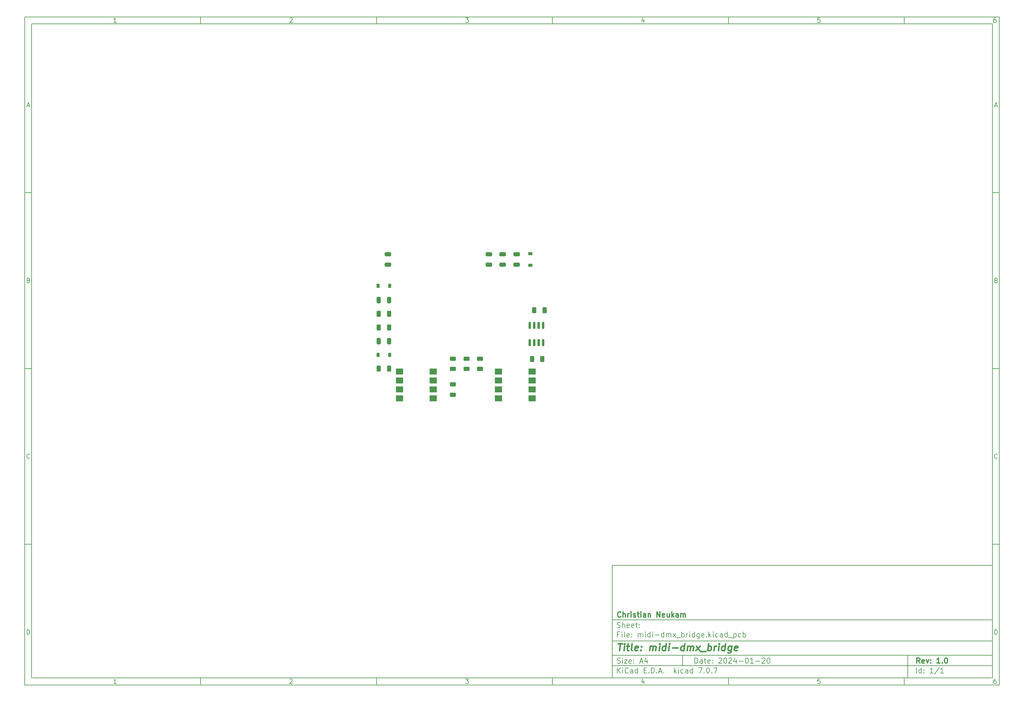
<source format=gbr>
%TF.GenerationSoftware,KiCad,Pcbnew,7.0.7*%
%TF.CreationDate,2024-01-28T22:30:17+01:00*%
%TF.ProjectId,midi-dmx_bridge,6d696469-2d64-46d7-985f-627269646765,1.0*%
%TF.SameCoordinates,PX5f5e100PY7459280*%
%TF.FileFunction,Paste,Top*%
%TF.FilePolarity,Positive*%
%FSLAX46Y46*%
G04 Gerber Fmt 4.6, Leading zero omitted, Abs format (unit mm)*
G04 Created by KiCad (PCBNEW 7.0.7) date 2024-01-28 22:30:17*
%MOMM*%
%LPD*%
G01*
G04 APERTURE LIST*
G04 Aperture macros list*
%AMRoundRect*
0 Rectangle with rounded corners*
0 $1 Rounding radius*
0 $2 $3 $4 $5 $6 $7 $8 $9 X,Y pos of 4 corners*
0 Add a 4 corners polygon primitive as box body*
4,1,4,$2,$3,$4,$5,$6,$7,$8,$9,$2,$3,0*
0 Add four circle primitives for the rounded corners*
1,1,$1+$1,$2,$3*
1,1,$1+$1,$4,$5*
1,1,$1+$1,$6,$7*
1,1,$1+$1,$8,$9*
0 Add four rect primitives between the rounded corners*
20,1,$1+$1,$2,$3,$4,$5,0*
20,1,$1+$1,$4,$5,$6,$7,0*
20,1,$1+$1,$6,$7,$8,$9,0*
20,1,$1+$1,$8,$9,$2,$3,0*%
G04 Aperture macros list end*
%ADD10C,0.100000*%
%ADD11C,0.150000*%
%ADD12C,0.300000*%
%ADD13C,0.400000*%
%ADD14RoundRect,0.250000X-0.625000X0.312500X-0.625000X-0.312500X0.625000X-0.312500X0.625000X0.312500X0*%
%ADD15R,2.000000X1.780000*%
%ADD16RoundRect,0.250000X-0.312500X-0.625000X0.312500X-0.625000X0.312500X0.625000X-0.312500X0.625000X0*%
%ADD17RoundRect,0.250000X0.650000X-0.325000X0.650000X0.325000X-0.650000X0.325000X-0.650000X-0.325000X0*%
%ADD18RoundRect,0.250000X0.625000X-0.312500X0.625000X0.312500X-0.625000X0.312500X-0.625000X-0.312500X0*%
%ADD19RoundRect,0.225000X0.225000X0.375000X-0.225000X0.375000X-0.225000X-0.375000X0.225000X-0.375000X0*%
%ADD20RoundRect,0.250000X0.325000X0.650000X-0.325000X0.650000X-0.325000X-0.650000X0.325000X-0.650000X0*%
%ADD21RoundRect,0.225000X0.375000X-0.225000X0.375000X0.225000X-0.375000X0.225000X-0.375000X-0.225000X0*%
%ADD22RoundRect,0.150000X0.150000X-0.825000X0.150000X0.825000X-0.150000X0.825000X-0.150000X-0.825000X0*%
%ADD23RoundRect,0.250000X-0.325000X-0.650000X0.325000X-0.650000X0.325000X0.650000X-0.325000X0.650000X0*%
%ADD24RoundRect,0.250000X-0.650000X0.325000X-0.650000X-0.325000X0.650000X-0.325000X0.650000X0.325000X0*%
G04 APERTURE END LIST*
D10*
D11*
X77002200Y-44007200D02*
X185002200Y-44007200D01*
X185002200Y-76007200D01*
X77002200Y-76007200D01*
X77002200Y-44007200D01*
D10*
D11*
X-90000000Y112000000D02*
X187002200Y112000000D01*
X187002200Y-78007200D01*
X-90000000Y-78007200D01*
X-90000000Y112000000D01*
D10*
D11*
X-88000000Y110000000D02*
X185002200Y110000000D01*
X185002200Y-76007200D01*
X-88000000Y-76007200D01*
X-88000000Y110000000D01*
D10*
D11*
X-40000000Y110000000D02*
X-40000000Y112000000D01*
D10*
D11*
X10000000Y110000000D02*
X10000000Y112000000D01*
D10*
D11*
X60000000Y110000000D02*
X60000000Y112000000D01*
D10*
D11*
X110000000Y110000000D02*
X110000000Y112000000D01*
D10*
D11*
X160000000Y110000000D02*
X160000000Y112000000D01*
D10*
D11*
X-63910840Y110406396D02*
X-64653697Y110406396D01*
X-64282269Y110406396D02*
X-64282269Y111706396D01*
X-64282269Y111706396D02*
X-64406078Y111520681D01*
X-64406078Y111520681D02*
X-64529888Y111396872D01*
X-64529888Y111396872D02*
X-64653697Y111334967D01*
D10*
D11*
X-14653697Y111582586D02*
X-14591793Y111644491D01*
X-14591793Y111644491D02*
X-14467983Y111706396D01*
X-14467983Y111706396D02*
X-14158459Y111706396D01*
X-14158459Y111706396D02*
X-14034650Y111644491D01*
X-14034650Y111644491D02*
X-13972745Y111582586D01*
X-13972745Y111582586D02*
X-13910840Y111458777D01*
X-13910840Y111458777D02*
X-13910840Y111334967D01*
X-13910840Y111334967D02*
X-13972745Y111149253D01*
X-13972745Y111149253D02*
X-14715602Y110406396D01*
X-14715602Y110406396D02*
X-13910840Y110406396D01*
D10*
D11*
X35284398Y111706396D02*
X36089160Y111706396D01*
X36089160Y111706396D02*
X35655826Y111211158D01*
X35655826Y111211158D02*
X35841541Y111211158D01*
X35841541Y111211158D02*
X35965350Y111149253D01*
X35965350Y111149253D02*
X36027255Y111087348D01*
X36027255Y111087348D02*
X36089160Y110963539D01*
X36089160Y110963539D02*
X36089160Y110654015D01*
X36089160Y110654015D02*
X36027255Y110530205D01*
X36027255Y110530205D02*
X35965350Y110468300D01*
X35965350Y110468300D02*
X35841541Y110406396D01*
X35841541Y110406396D02*
X35470112Y110406396D01*
X35470112Y110406396D02*
X35346303Y110468300D01*
X35346303Y110468300D02*
X35284398Y110530205D01*
D10*
D11*
X85965350Y111273062D02*
X85965350Y110406396D01*
X85655826Y111768300D02*
X85346303Y110839729D01*
X85346303Y110839729D02*
X86151064Y110839729D01*
D10*
D11*
X136027255Y111706396D02*
X135408207Y111706396D01*
X135408207Y111706396D02*
X135346303Y111087348D01*
X135346303Y111087348D02*
X135408207Y111149253D01*
X135408207Y111149253D02*
X135532017Y111211158D01*
X135532017Y111211158D02*
X135841541Y111211158D01*
X135841541Y111211158D02*
X135965350Y111149253D01*
X135965350Y111149253D02*
X136027255Y111087348D01*
X136027255Y111087348D02*
X136089160Y110963539D01*
X136089160Y110963539D02*
X136089160Y110654015D01*
X136089160Y110654015D02*
X136027255Y110530205D01*
X136027255Y110530205D02*
X135965350Y110468300D01*
X135965350Y110468300D02*
X135841541Y110406396D01*
X135841541Y110406396D02*
X135532017Y110406396D01*
X135532017Y110406396D02*
X135408207Y110468300D01*
X135408207Y110468300D02*
X135346303Y110530205D01*
D10*
D11*
X185965350Y111706396D02*
X185717731Y111706396D01*
X185717731Y111706396D02*
X185593922Y111644491D01*
X185593922Y111644491D02*
X185532017Y111582586D01*
X185532017Y111582586D02*
X185408207Y111396872D01*
X185408207Y111396872D02*
X185346303Y111149253D01*
X185346303Y111149253D02*
X185346303Y110654015D01*
X185346303Y110654015D02*
X185408207Y110530205D01*
X185408207Y110530205D02*
X185470112Y110468300D01*
X185470112Y110468300D02*
X185593922Y110406396D01*
X185593922Y110406396D02*
X185841541Y110406396D01*
X185841541Y110406396D02*
X185965350Y110468300D01*
X185965350Y110468300D02*
X186027255Y110530205D01*
X186027255Y110530205D02*
X186089160Y110654015D01*
X186089160Y110654015D02*
X186089160Y110963539D01*
X186089160Y110963539D02*
X186027255Y111087348D01*
X186027255Y111087348D02*
X185965350Y111149253D01*
X185965350Y111149253D02*
X185841541Y111211158D01*
X185841541Y111211158D02*
X185593922Y111211158D01*
X185593922Y111211158D02*
X185470112Y111149253D01*
X185470112Y111149253D02*
X185408207Y111087348D01*
X185408207Y111087348D02*
X185346303Y110963539D01*
D10*
D11*
X-40000000Y-76007200D02*
X-40000000Y-78007200D01*
D10*
D11*
X10000000Y-76007200D02*
X10000000Y-78007200D01*
D10*
D11*
X60000000Y-76007200D02*
X60000000Y-78007200D01*
D10*
D11*
X110000000Y-76007200D02*
X110000000Y-78007200D01*
D10*
D11*
X160000000Y-76007200D02*
X160000000Y-78007200D01*
D10*
D11*
X-63910840Y-77600804D02*
X-64653697Y-77600804D01*
X-64282269Y-77600804D02*
X-64282269Y-76300804D01*
X-64282269Y-76300804D02*
X-64406078Y-76486519D01*
X-64406078Y-76486519D02*
X-64529888Y-76610328D01*
X-64529888Y-76610328D02*
X-64653697Y-76672233D01*
D10*
D11*
X-14653697Y-76424614D02*
X-14591793Y-76362709D01*
X-14591793Y-76362709D02*
X-14467983Y-76300804D01*
X-14467983Y-76300804D02*
X-14158459Y-76300804D01*
X-14158459Y-76300804D02*
X-14034650Y-76362709D01*
X-14034650Y-76362709D02*
X-13972745Y-76424614D01*
X-13972745Y-76424614D02*
X-13910840Y-76548423D01*
X-13910840Y-76548423D02*
X-13910840Y-76672233D01*
X-13910840Y-76672233D02*
X-13972745Y-76857947D01*
X-13972745Y-76857947D02*
X-14715602Y-77600804D01*
X-14715602Y-77600804D02*
X-13910840Y-77600804D01*
D10*
D11*
X35284398Y-76300804D02*
X36089160Y-76300804D01*
X36089160Y-76300804D02*
X35655826Y-76796042D01*
X35655826Y-76796042D02*
X35841541Y-76796042D01*
X35841541Y-76796042D02*
X35965350Y-76857947D01*
X35965350Y-76857947D02*
X36027255Y-76919852D01*
X36027255Y-76919852D02*
X36089160Y-77043661D01*
X36089160Y-77043661D02*
X36089160Y-77353185D01*
X36089160Y-77353185D02*
X36027255Y-77476995D01*
X36027255Y-77476995D02*
X35965350Y-77538900D01*
X35965350Y-77538900D02*
X35841541Y-77600804D01*
X35841541Y-77600804D02*
X35470112Y-77600804D01*
X35470112Y-77600804D02*
X35346303Y-77538900D01*
X35346303Y-77538900D02*
X35284398Y-77476995D01*
D10*
D11*
X85965350Y-76734138D02*
X85965350Y-77600804D01*
X85655826Y-76238900D02*
X85346303Y-77167471D01*
X85346303Y-77167471D02*
X86151064Y-77167471D01*
D10*
D11*
X136027255Y-76300804D02*
X135408207Y-76300804D01*
X135408207Y-76300804D02*
X135346303Y-76919852D01*
X135346303Y-76919852D02*
X135408207Y-76857947D01*
X135408207Y-76857947D02*
X135532017Y-76796042D01*
X135532017Y-76796042D02*
X135841541Y-76796042D01*
X135841541Y-76796042D02*
X135965350Y-76857947D01*
X135965350Y-76857947D02*
X136027255Y-76919852D01*
X136027255Y-76919852D02*
X136089160Y-77043661D01*
X136089160Y-77043661D02*
X136089160Y-77353185D01*
X136089160Y-77353185D02*
X136027255Y-77476995D01*
X136027255Y-77476995D02*
X135965350Y-77538900D01*
X135965350Y-77538900D02*
X135841541Y-77600804D01*
X135841541Y-77600804D02*
X135532017Y-77600804D01*
X135532017Y-77600804D02*
X135408207Y-77538900D01*
X135408207Y-77538900D02*
X135346303Y-77476995D01*
D10*
D11*
X185965350Y-76300804D02*
X185717731Y-76300804D01*
X185717731Y-76300804D02*
X185593922Y-76362709D01*
X185593922Y-76362709D02*
X185532017Y-76424614D01*
X185532017Y-76424614D02*
X185408207Y-76610328D01*
X185408207Y-76610328D02*
X185346303Y-76857947D01*
X185346303Y-76857947D02*
X185346303Y-77353185D01*
X185346303Y-77353185D02*
X185408207Y-77476995D01*
X185408207Y-77476995D02*
X185470112Y-77538900D01*
X185470112Y-77538900D02*
X185593922Y-77600804D01*
X185593922Y-77600804D02*
X185841541Y-77600804D01*
X185841541Y-77600804D02*
X185965350Y-77538900D01*
X185965350Y-77538900D02*
X186027255Y-77476995D01*
X186027255Y-77476995D02*
X186089160Y-77353185D01*
X186089160Y-77353185D02*
X186089160Y-77043661D01*
X186089160Y-77043661D02*
X186027255Y-76919852D01*
X186027255Y-76919852D02*
X185965350Y-76857947D01*
X185965350Y-76857947D02*
X185841541Y-76796042D01*
X185841541Y-76796042D02*
X185593922Y-76796042D01*
X185593922Y-76796042D02*
X185470112Y-76857947D01*
X185470112Y-76857947D02*
X185408207Y-76919852D01*
X185408207Y-76919852D02*
X185346303Y-77043661D01*
D10*
D11*
X-90000000Y62000000D02*
X-88000000Y62000000D01*
D10*
D11*
X-90000000Y12000000D02*
X-88000000Y12000000D01*
D10*
D11*
X-90000000Y-38000000D02*
X-88000000Y-38000000D01*
D10*
D11*
X-89309524Y86777824D02*
X-88690477Y86777824D01*
X-89433334Y86406396D02*
X-89000001Y87706396D01*
X-89000001Y87706396D02*
X-88566667Y86406396D01*
D10*
D11*
X-88907143Y37087348D02*
X-88721429Y37025443D01*
X-88721429Y37025443D02*
X-88659524Y36963539D01*
X-88659524Y36963539D02*
X-88597620Y36839729D01*
X-88597620Y36839729D02*
X-88597620Y36654015D01*
X-88597620Y36654015D02*
X-88659524Y36530205D01*
X-88659524Y36530205D02*
X-88721429Y36468300D01*
X-88721429Y36468300D02*
X-88845239Y36406396D01*
X-88845239Y36406396D02*
X-89340477Y36406396D01*
X-89340477Y36406396D02*
X-89340477Y37706396D01*
X-89340477Y37706396D02*
X-88907143Y37706396D01*
X-88907143Y37706396D02*
X-88783334Y37644491D01*
X-88783334Y37644491D02*
X-88721429Y37582586D01*
X-88721429Y37582586D02*
X-88659524Y37458777D01*
X-88659524Y37458777D02*
X-88659524Y37334967D01*
X-88659524Y37334967D02*
X-88721429Y37211158D01*
X-88721429Y37211158D02*
X-88783334Y37149253D01*
X-88783334Y37149253D02*
X-88907143Y37087348D01*
X-88907143Y37087348D02*
X-89340477Y37087348D01*
D10*
D11*
X-88597620Y-13469795D02*
X-88659524Y-13531700D01*
X-88659524Y-13531700D02*
X-88845239Y-13593604D01*
X-88845239Y-13593604D02*
X-88969048Y-13593604D01*
X-88969048Y-13593604D02*
X-89154762Y-13531700D01*
X-89154762Y-13531700D02*
X-89278572Y-13407890D01*
X-89278572Y-13407890D02*
X-89340477Y-13284080D01*
X-89340477Y-13284080D02*
X-89402381Y-13036461D01*
X-89402381Y-13036461D02*
X-89402381Y-12850747D01*
X-89402381Y-12850747D02*
X-89340477Y-12603128D01*
X-89340477Y-12603128D02*
X-89278572Y-12479319D01*
X-89278572Y-12479319D02*
X-89154762Y-12355509D01*
X-89154762Y-12355509D02*
X-88969048Y-12293604D01*
X-88969048Y-12293604D02*
X-88845239Y-12293604D01*
X-88845239Y-12293604D02*
X-88659524Y-12355509D01*
X-88659524Y-12355509D02*
X-88597620Y-12417414D01*
D10*
D11*
X-89340477Y-63593604D02*
X-89340477Y-62293604D01*
X-89340477Y-62293604D02*
X-89030953Y-62293604D01*
X-89030953Y-62293604D02*
X-88845239Y-62355509D01*
X-88845239Y-62355509D02*
X-88721429Y-62479319D01*
X-88721429Y-62479319D02*
X-88659524Y-62603128D01*
X-88659524Y-62603128D02*
X-88597620Y-62850747D01*
X-88597620Y-62850747D02*
X-88597620Y-63036461D01*
X-88597620Y-63036461D02*
X-88659524Y-63284080D01*
X-88659524Y-63284080D02*
X-88721429Y-63407890D01*
X-88721429Y-63407890D02*
X-88845239Y-63531700D01*
X-88845239Y-63531700D02*
X-89030953Y-63593604D01*
X-89030953Y-63593604D02*
X-89340477Y-63593604D01*
D10*
D11*
X187002200Y62000000D02*
X185002200Y62000000D01*
D10*
D11*
X187002200Y12000000D02*
X185002200Y12000000D01*
D10*
D11*
X187002200Y-38000000D02*
X185002200Y-38000000D01*
D10*
D11*
X185692676Y86777824D02*
X186311723Y86777824D01*
X185568866Y86406396D02*
X186002199Y87706396D01*
X186002199Y87706396D02*
X186435533Y86406396D01*
D10*
D11*
X186095057Y37087348D02*
X186280771Y37025443D01*
X186280771Y37025443D02*
X186342676Y36963539D01*
X186342676Y36963539D02*
X186404580Y36839729D01*
X186404580Y36839729D02*
X186404580Y36654015D01*
X186404580Y36654015D02*
X186342676Y36530205D01*
X186342676Y36530205D02*
X186280771Y36468300D01*
X186280771Y36468300D02*
X186156961Y36406396D01*
X186156961Y36406396D02*
X185661723Y36406396D01*
X185661723Y36406396D02*
X185661723Y37706396D01*
X185661723Y37706396D02*
X186095057Y37706396D01*
X186095057Y37706396D02*
X186218866Y37644491D01*
X186218866Y37644491D02*
X186280771Y37582586D01*
X186280771Y37582586D02*
X186342676Y37458777D01*
X186342676Y37458777D02*
X186342676Y37334967D01*
X186342676Y37334967D02*
X186280771Y37211158D01*
X186280771Y37211158D02*
X186218866Y37149253D01*
X186218866Y37149253D02*
X186095057Y37087348D01*
X186095057Y37087348D02*
X185661723Y37087348D01*
D10*
D11*
X186404580Y-13469795D02*
X186342676Y-13531700D01*
X186342676Y-13531700D02*
X186156961Y-13593604D01*
X186156961Y-13593604D02*
X186033152Y-13593604D01*
X186033152Y-13593604D02*
X185847438Y-13531700D01*
X185847438Y-13531700D02*
X185723628Y-13407890D01*
X185723628Y-13407890D02*
X185661723Y-13284080D01*
X185661723Y-13284080D02*
X185599819Y-13036461D01*
X185599819Y-13036461D02*
X185599819Y-12850747D01*
X185599819Y-12850747D02*
X185661723Y-12603128D01*
X185661723Y-12603128D02*
X185723628Y-12479319D01*
X185723628Y-12479319D02*
X185847438Y-12355509D01*
X185847438Y-12355509D02*
X186033152Y-12293604D01*
X186033152Y-12293604D02*
X186156961Y-12293604D01*
X186156961Y-12293604D02*
X186342676Y-12355509D01*
X186342676Y-12355509D02*
X186404580Y-12417414D01*
D10*
D11*
X185661723Y-63593604D02*
X185661723Y-62293604D01*
X185661723Y-62293604D02*
X185971247Y-62293604D01*
X185971247Y-62293604D02*
X186156961Y-62355509D01*
X186156961Y-62355509D02*
X186280771Y-62479319D01*
X186280771Y-62479319D02*
X186342676Y-62603128D01*
X186342676Y-62603128D02*
X186404580Y-62850747D01*
X186404580Y-62850747D02*
X186404580Y-63036461D01*
X186404580Y-63036461D02*
X186342676Y-63284080D01*
X186342676Y-63284080D02*
X186280771Y-63407890D01*
X186280771Y-63407890D02*
X186156961Y-63531700D01*
X186156961Y-63531700D02*
X185971247Y-63593604D01*
X185971247Y-63593604D02*
X185661723Y-63593604D01*
D10*
D11*
X100458026Y-71793328D02*
X100458026Y-70293328D01*
X100458026Y-70293328D02*
X100815169Y-70293328D01*
X100815169Y-70293328D02*
X101029455Y-70364757D01*
X101029455Y-70364757D02*
X101172312Y-70507614D01*
X101172312Y-70507614D02*
X101243741Y-70650471D01*
X101243741Y-70650471D02*
X101315169Y-70936185D01*
X101315169Y-70936185D02*
X101315169Y-71150471D01*
X101315169Y-71150471D02*
X101243741Y-71436185D01*
X101243741Y-71436185D02*
X101172312Y-71579042D01*
X101172312Y-71579042D02*
X101029455Y-71721900D01*
X101029455Y-71721900D02*
X100815169Y-71793328D01*
X100815169Y-71793328D02*
X100458026Y-71793328D01*
X102600884Y-71793328D02*
X102600884Y-71007614D01*
X102600884Y-71007614D02*
X102529455Y-70864757D01*
X102529455Y-70864757D02*
X102386598Y-70793328D01*
X102386598Y-70793328D02*
X102100884Y-70793328D01*
X102100884Y-70793328D02*
X101958026Y-70864757D01*
X102600884Y-71721900D02*
X102458026Y-71793328D01*
X102458026Y-71793328D02*
X102100884Y-71793328D01*
X102100884Y-71793328D02*
X101958026Y-71721900D01*
X101958026Y-71721900D02*
X101886598Y-71579042D01*
X101886598Y-71579042D02*
X101886598Y-71436185D01*
X101886598Y-71436185D02*
X101958026Y-71293328D01*
X101958026Y-71293328D02*
X102100884Y-71221900D01*
X102100884Y-71221900D02*
X102458026Y-71221900D01*
X102458026Y-71221900D02*
X102600884Y-71150471D01*
X103100884Y-70793328D02*
X103672312Y-70793328D01*
X103315169Y-70293328D02*
X103315169Y-71579042D01*
X103315169Y-71579042D02*
X103386598Y-71721900D01*
X103386598Y-71721900D02*
X103529455Y-71793328D01*
X103529455Y-71793328D02*
X103672312Y-71793328D01*
X104743741Y-71721900D02*
X104600884Y-71793328D01*
X104600884Y-71793328D02*
X104315170Y-71793328D01*
X104315170Y-71793328D02*
X104172312Y-71721900D01*
X104172312Y-71721900D02*
X104100884Y-71579042D01*
X104100884Y-71579042D02*
X104100884Y-71007614D01*
X104100884Y-71007614D02*
X104172312Y-70864757D01*
X104172312Y-70864757D02*
X104315170Y-70793328D01*
X104315170Y-70793328D02*
X104600884Y-70793328D01*
X104600884Y-70793328D02*
X104743741Y-70864757D01*
X104743741Y-70864757D02*
X104815170Y-71007614D01*
X104815170Y-71007614D02*
X104815170Y-71150471D01*
X104815170Y-71150471D02*
X104100884Y-71293328D01*
X105458026Y-71650471D02*
X105529455Y-71721900D01*
X105529455Y-71721900D02*
X105458026Y-71793328D01*
X105458026Y-71793328D02*
X105386598Y-71721900D01*
X105386598Y-71721900D02*
X105458026Y-71650471D01*
X105458026Y-71650471D02*
X105458026Y-71793328D01*
X105458026Y-70864757D02*
X105529455Y-70936185D01*
X105529455Y-70936185D02*
X105458026Y-71007614D01*
X105458026Y-71007614D02*
X105386598Y-70936185D01*
X105386598Y-70936185D02*
X105458026Y-70864757D01*
X105458026Y-70864757D02*
X105458026Y-71007614D01*
X107243741Y-70436185D02*
X107315169Y-70364757D01*
X107315169Y-70364757D02*
X107458027Y-70293328D01*
X107458027Y-70293328D02*
X107815169Y-70293328D01*
X107815169Y-70293328D02*
X107958027Y-70364757D01*
X107958027Y-70364757D02*
X108029455Y-70436185D01*
X108029455Y-70436185D02*
X108100884Y-70579042D01*
X108100884Y-70579042D02*
X108100884Y-70721900D01*
X108100884Y-70721900D02*
X108029455Y-70936185D01*
X108029455Y-70936185D02*
X107172312Y-71793328D01*
X107172312Y-71793328D02*
X108100884Y-71793328D01*
X109029455Y-70293328D02*
X109172312Y-70293328D01*
X109172312Y-70293328D02*
X109315169Y-70364757D01*
X109315169Y-70364757D02*
X109386598Y-70436185D01*
X109386598Y-70436185D02*
X109458026Y-70579042D01*
X109458026Y-70579042D02*
X109529455Y-70864757D01*
X109529455Y-70864757D02*
X109529455Y-71221900D01*
X109529455Y-71221900D02*
X109458026Y-71507614D01*
X109458026Y-71507614D02*
X109386598Y-71650471D01*
X109386598Y-71650471D02*
X109315169Y-71721900D01*
X109315169Y-71721900D02*
X109172312Y-71793328D01*
X109172312Y-71793328D02*
X109029455Y-71793328D01*
X109029455Y-71793328D02*
X108886598Y-71721900D01*
X108886598Y-71721900D02*
X108815169Y-71650471D01*
X108815169Y-71650471D02*
X108743740Y-71507614D01*
X108743740Y-71507614D02*
X108672312Y-71221900D01*
X108672312Y-71221900D02*
X108672312Y-70864757D01*
X108672312Y-70864757D02*
X108743740Y-70579042D01*
X108743740Y-70579042D02*
X108815169Y-70436185D01*
X108815169Y-70436185D02*
X108886598Y-70364757D01*
X108886598Y-70364757D02*
X109029455Y-70293328D01*
X110100883Y-70436185D02*
X110172311Y-70364757D01*
X110172311Y-70364757D02*
X110315169Y-70293328D01*
X110315169Y-70293328D02*
X110672311Y-70293328D01*
X110672311Y-70293328D02*
X110815169Y-70364757D01*
X110815169Y-70364757D02*
X110886597Y-70436185D01*
X110886597Y-70436185D02*
X110958026Y-70579042D01*
X110958026Y-70579042D02*
X110958026Y-70721900D01*
X110958026Y-70721900D02*
X110886597Y-70936185D01*
X110886597Y-70936185D02*
X110029454Y-71793328D01*
X110029454Y-71793328D02*
X110958026Y-71793328D01*
X112243740Y-70793328D02*
X112243740Y-71793328D01*
X111886597Y-70221900D02*
X111529454Y-71293328D01*
X111529454Y-71293328D02*
X112458025Y-71293328D01*
X113029453Y-71221900D02*
X114172311Y-71221900D01*
X115172311Y-70293328D02*
X115315168Y-70293328D01*
X115315168Y-70293328D02*
X115458025Y-70364757D01*
X115458025Y-70364757D02*
X115529454Y-70436185D01*
X115529454Y-70436185D02*
X115600882Y-70579042D01*
X115600882Y-70579042D02*
X115672311Y-70864757D01*
X115672311Y-70864757D02*
X115672311Y-71221900D01*
X115672311Y-71221900D02*
X115600882Y-71507614D01*
X115600882Y-71507614D02*
X115529454Y-71650471D01*
X115529454Y-71650471D02*
X115458025Y-71721900D01*
X115458025Y-71721900D02*
X115315168Y-71793328D01*
X115315168Y-71793328D02*
X115172311Y-71793328D01*
X115172311Y-71793328D02*
X115029454Y-71721900D01*
X115029454Y-71721900D02*
X114958025Y-71650471D01*
X114958025Y-71650471D02*
X114886596Y-71507614D01*
X114886596Y-71507614D02*
X114815168Y-71221900D01*
X114815168Y-71221900D02*
X114815168Y-70864757D01*
X114815168Y-70864757D02*
X114886596Y-70579042D01*
X114886596Y-70579042D02*
X114958025Y-70436185D01*
X114958025Y-70436185D02*
X115029454Y-70364757D01*
X115029454Y-70364757D02*
X115172311Y-70293328D01*
X117100882Y-71793328D02*
X116243739Y-71793328D01*
X116672310Y-71793328D02*
X116672310Y-70293328D01*
X116672310Y-70293328D02*
X116529453Y-70507614D01*
X116529453Y-70507614D02*
X116386596Y-70650471D01*
X116386596Y-70650471D02*
X116243739Y-70721900D01*
X117743738Y-71221900D02*
X118886596Y-71221900D01*
X119529453Y-70436185D02*
X119600881Y-70364757D01*
X119600881Y-70364757D02*
X119743739Y-70293328D01*
X119743739Y-70293328D02*
X120100881Y-70293328D01*
X120100881Y-70293328D02*
X120243739Y-70364757D01*
X120243739Y-70364757D02*
X120315167Y-70436185D01*
X120315167Y-70436185D02*
X120386596Y-70579042D01*
X120386596Y-70579042D02*
X120386596Y-70721900D01*
X120386596Y-70721900D02*
X120315167Y-70936185D01*
X120315167Y-70936185D02*
X119458024Y-71793328D01*
X119458024Y-71793328D02*
X120386596Y-71793328D01*
X121315167Y-70293328D02*
X121458024Y-70293328D01*
X121458024Y-70293328D02*
X121600881Y-70364757D01*
X121600881Y-70364757D02*
X121672310Y-70436185D01*
X121672310Y-70436185D02*
X121743738Y-70579042D01*
X121743738Y-70579042D02*
X121815167Y-70864757D01*
X121815167Y-70864757D02*
X121815167Y-71221900D01*
X121815167Y-71221900D02*
X121743738Y-71507614D01*
X121743738Y-71507614D02*
X121672310Y-71650471D01*
X121672310Y-71650471D02*
X121600881Y-71721900D01*
X121600881Y-71721900D02*
X121458024Y-71793328D01*
X121458024Y-71793328D02*
X121315167Y-71793328D01*
X121315167Y-71793328D02*
X121172310Y-71721900D01*
X121172310Y-71721900D02*
X121100881Y-71650471D01*
X121100881Y-71650471D02*
X121029452Y-71507614D01*
X121029452Y-71507614D02*
X120958024Y-71221900D01*
X120958024Y-71221900D02*
X120958024Y-70864757D01*
X120958024Y-70864757D02*
X121029452Y-70579042D01*
X121029452Y-70579042D02*
X121100881Y-70436185D01*
X121100881Y-70436185D02*
X121172310Y-70364757D01*
X121172310Y-70364757D02*
X121315167Y-70293328D01*
D10*
D11*
X77002200Y-72507200D02*
X185002200Y-72507200D01*
D10*
D11*
X78458026Y-74593328D02*
X78458026Y-73093328D01*
X79315169Y-74593328D02*
X78672312Y-73736185D01*
X79315169Y-73093328D02*
X78458026Y-73950471D01*
X79958026Y-74593328D02*
X79958026Y-73593328D01*
X79958026Y-73093328D02*
X79886598Y-73164757D01*
X79886598Y-73164757D02*
X79958026Y-73236185D01*
X79958026Y-73236185D02*
X80029455Y-73164757D01*
X80029455Y-73164757D02*
X79958026Y-73093328D01*
X79958026Y-73093328D02*
X79958026Y-73236185D01*
X81529455Y-74450471D02*
X81458027Y-74521900D01*
X81458027Y-74521900D02*
X81243741Y-74593328D01*
X81243741Y-74593328D02*
X81100884Y-74593328D01*
X81100884Y-74593328D02*
X80886598Y-74521900D01*
X80886598Y-74521900D02*
X80743741Y-74379042D01*
X80743741Y-74379042D02*
X80672312Y-74236185D01*
X80672312Y-74236185D02*
X80600884Y-73950471D01*
X80600884Y-73950471D02*
X80600884Y-73736185D01*
X80600884Y-73736185D02*
X80672312Y-73450471D01*
X80672312Y-73450471D02*
X80743741Y-73307614D01*
X80743741Y-73307614D02*
X80886598Y-73164757D01*
X80886598Y-73164757D02*
X81100884Y-73093328D01*
X81100884Y-73093328D02*
X81243741Y-73093328D01*
X81243741Y-73093328D02*
X81458027Y-73164757D01*
X81458027Y-73164757D02*
X81529455Y-73236185D01*
X82815170Y-74593328D02*
X82815170Y-73807614D01*
X82815170Y-73807614D02*
X82743741Y-73664757D01*
X82743741Y-73664757D02*
X82600884Y-73593328D01*
X82600884Y-73593328D02*
X82315170Y-73593328D01*
X82315170Y-73593328D02*
X82172312Y-73664757D01*
X82815170Y-74521900D02*
X82672312Y-74593328D01*
X82672312Y-74593328D02*
X82315170Y-74593328D01*
X82315170Y-74593328D02*
X82172312Y-74521900D01*
X82172312Y-74521900D02*
X82100884Y-74379042D01*
X82100884Y-74379042D02*
X82100884Y-74236185D01*
X82100884Y-74236185D02*
X82172312Y-74093328D01*
X82172312Y-74093328D02*
X82315170Y-74021900D01*
X82315170Y-74021900D02*
X82672312Y-74021900D01*
X82672312Y-74021900D02*
X82815170Y-73950471D01*
X84172313Y-74593328D02*
X84172313Y-73093328D01*
X84172313Y-74521900D02*
X84029455Y-74593328D01*
X84029455Y-74593328D02*
X83743741Y-74593328D01*
X83743741Y-74593328D02*
X83600884Y-74521900D01*
X83600884Y-74521900D02*
X83529455Y-74450471D01*
X83529455Y-74450471D02*
X83458027Y-74307614D01*
X83458027Y-74307614D02*
X83458027Y-73879042D01*
X83458027Y-73879042D02*
X83529455Y-73736185D01*
X83529455Y-73736185D02*
X83600884Y-73664757D01*
X83600884Y-73664757D02*
X83743741Y-73593328D01*
X83743741Y-73593328D02*
X84029455Y-73593328D01*
X84029455Y-73593328D02*
X84172313Y-73664757D01*
X86029455Y-73807614D02*
X86529455Y-73807614D01*
X86743741Y-74593328D02*
X86029455Y-74593328D01*
X86029455Y-74593328D02*
X86029455Y-73093328D01*
X86029455Y-73093328D02*
X86743741Y-73093328D01*
X87386598Y-74450471D02*
X87458027Y-74521900D01*
X87458027Y-74521900D02*
X87386598Y-74593328D01*
X87386598Y-74593328D02*
X87315170Y-74521900D01*
X87315170Y-74521900D02*
X87386598Y-74450471D01*
X87386598Y-74450471D02*
X87386598Y-74593328D01*
X88100884Y-74593328D02*
X88100884Y-73093328D01*
X88100884Y-73093328D02*
X88458027Y-73093328D01*
X88458027Y-73093328D02*
X88672313Y-73164757D01*
X88672313Y-73164757D02*
X88815170Y-73307614D01*
X88815170Y-73307614D02*
X88886599Y-73450471D01*
X88886599Y-73450471D02*
X88958027Y-73736185D01*
X88958027Y-73736185D02*
X88958027Y-73950471D01*
X88958027Y-73950471D02*
X88886599Y-74236185D01*
X88886599Y-74236185D02*
X88815170Y-74379042D01*
X88815170Y-74379042D02*
X88672313Y-74521900D01*
X88672313Y-74521900D02*
X88458027Y-74593328D01*
X88458027Y-74593328D02*
X88100884Y-74593328D01*
X89600884Y-74450471D02*
X89672313Y-74521900D01*
X89672313Y-74521900D02*
X89600884Y-74593328D01*
X89600884Y-74593328D02*
X89529456Y-74521900D01*
X89529456Y-74521900D02*
X89600884Y-74450471D01*
X89600884Y-74450471D02*
X89600884Y-74593328D01*
X90243742Y-74164757D02*
X90958028Y-74164757D01*
X90100885Y-74593328D02*
X90600885Y-73093328D01*
X90600885Y-73093328D02*
X91100885Y-74593328D01*
X91600884Y-74450471D02*
X91672313Y-74521900D01*
X91672313Y-74521900D02*
X91600884Y-74593328D01*
X91600884Y-74593328D02*
X91529456Y-74521900D01*
X91529456Y-74521900D02*
X91600884Y-74450471D01*
X91600884Y-74450471D02*
X91600884Y-74593328D01*
X94600884Y-74593328D02*
X94600884Y-73093328D01*
X94743742Y-74021900D02*
X95172313Y-74593328D01*
X95172313Y-73593328D02*
X94600884Y-74164757D01*
X95815170Y-74593328D02*
X95815170Y-73593328D01*
X95815170Y-73093328D02*
X95743742Y-73164757D01*
X95743742Y-73164757D02*
X95815170Y-73236185D01*
X95815170Y-73236185D02*
X95886599Y-73164757D01*
X95886599Y-73164757D02*
X95815170Y-73093328D01*
X95815170Y-73093328D02*
X95815170Y-73236185D01*
X97172314Y-74521900D02*
X97029456Y-74593328D01*
X97029456Y-74593328D02*
X96743742Y-74593328D01*
X96743742Y-74593328D02*
X96600885Y-74521900D01*
X96600885Y-74521900D02*
X96529456Y-74450471D01*
X96529456Y-74450471D02*
X96458028Y-74307614D01*
X96458028Y-74307614D02*
X96458028Y-73879042D01*
X96458028Y-73879042D02*
X96529456Y-73736185D01*
X96529456Y-73736185D02*
X96600885Y-73664757D01*
X96600885Y-73664757D02*
X96743742Y-73593328D01*
X96743742Y-73593328D02*
X97029456Y-73593328D01*
X97029456Y-73593328D02*
X97172314Y-73664757D01*
X98458028Y-74593328D02*
X98458028Y-73807614D01*
X98458028Y-73807614D02*
X98386599Y-73664757D01*
X98386599Y-73664757D02*
X98243742Y-73593328D01*
X98243742Y-73593328D02*
X97958028Y-73593328D01*
X97958028Y-73593328D02*
X97815170Y-73664757D01*
X98458028Y-74521900D02*
X98315170Y-74593328D01*
X98315170Y-74593328D02*
X97958028Y-74593328D01*
X97958028Y-74593328D02*
X97815170Y-74521900D01*
X97815170Y-74521900D02*
X97743742Y-74379042D01*
X97743742Y-74379042D02*
X97743742Y-74236185D01*
X97743742Y-74236185D02*
X97815170Y-74093328D01*
X97815170Y-74093328D02*
X97958028Y-74021900D01*
X97958028Y-74021900D02*
X98315170Y-74021900D01*
X98315170Y-74021900D02*
X98458028Y-73950471D01*
X99815171Y-74593328D02*
X99815171Y-73093328D01*
X99815171Y-74521900D02*
X99672313Y-74593328D01*
X99672313Y-74593328D02*
X99386599Y-74593328D01*
X99386599Y-74593328D02*
X99243742Y-74521900D01*
X99243742Y-74521900D02*
X99172313Y-74450471D01*
X99172313Y-74450471D02*
X99100885Y-74307614D01*
X99100885Y-74307614D02*
X99100885Y-73879042D01*
X99100885Y-73879042D02*
X99172313Y-73736185D01*
X99172313Y-73736185D02*
X99243742Y-73664757D01*
X99243742Y-73664757D02*
X99386599Y-73593328D01*
X99386599Y-73593328D02*
X99672313Y-73593328D01*
X99672313Y-73593328D02*
X99815171Y-73664757D01*
X101529456Y-73093328D02*
X102529456Y-73093328D01*
X102529456Y-73093328D02*
X101886599Y-74593328D01*
X103100884Y-74450471D02*
X103172313Y-74521900D01*
X103172313Y-74521900D02*
X103100884Y-74593328D01*
X103100884Y-74593328D02*
X103029456Y-74521900D01*
X103029456Y-74521900D02*
X103100884Y-74450471D01*
X103100884Y-74450471D02*
X103100884Y-74593328D01*
X104100885Y-73093328D02*
X104243742Y-73093328D01*
X104243742Y-73093328D02*
X104386599Y-73164757D01*
X104386599Y-73164757D02*
X104458028Y-73236185D01*
X104458028Y-73236185D02*
X104529456Y-73379042D01*
X104529456Y-73379042D02*
X104600885Y-73664757D01*
X104600885Y-73664757D02*
X104600885Y-74021900D01*
X104600885Y-74021900D02*
X104529456Y-74307614D01*
X104529456Y-74307614D02*
X104458028Y-74450471D01*
X104458028Y-74450471D02*
X104386599Y-74521900D01*
X104386599Y-74521900D02*
X104243742Y-74593328D01*
X104243742Y-74593328D02*
X104100885Y-74593328D01*
X104100885Y-74593328D02*
X103958028Y-74521900D01*
X103958028Y-74521900D02*
X103886599Y-74450471D01*
X103886599Y-74450471D02*
X103815170Y-74307614D01*
X103815170Y-74307614D02*
X103743742Y-74021900D01*
X103743742Y-74021900D02*
X103743742Y-73664757D01*
X103743742Y-73664757D02*
X103815170Y-73379042D01*
X103815170Y-73379042D02*
X103886599Y-73236185D01*
X103886599Y-73236185D02*
X103958028Y-73164757D01*
X103958028Y-73164757D02*
X104100885Y-73093328D01*
X105243741Y-74450471D02*
X105315170Y-74521900D01*
X105315170Y-74521900D02*
X105243741Y-74593328D01*
X105243741Y-74593328D02*
X105172313Y-74521900D01*
X105172313Y-74521900D02*
X105243741Y-74450471D01*
X105243741Y-74450471D02*
X105243741Y-74593328D01*
X105815170Y-73093328D02*
X106815170Y-73093328D01*
X106815170Y-73093328D02*
X106172313Y-74593328D01*
D10*
D11*
X77002200Y-69507200D02*
X185002200Y-69507200D01*
D10*
D12*
X164413853Y-71785528D02*
X163913853Y-71071242D01*
X163556710Y-71785528D02*
X163556710Y-70285528D01*
X163556710Y-70285528D02*
X164128139Y-70285528D01*
X164128139Y-70285528D02*
X164270996Y-70356957D01*
X164270996Y-70356957D02*
X164342425Y-70428385D01*
X164342425Y-70428385D02*
X164413853Y-70571242D01*
X164413853Y-70571242D02*
X164413853Y-70785528D01*
X164413853Y-70785528D02*
X164342425Y-70928385D01*
X164342425Y-70928385D02*
X164270996Y-70999814D01*
X164270996Y-70999814D02*
X164128139Y-71071242D01*
X164128139Y-71071242D02*
X163556710Y-71071242D01*
X165628139Y-71714100D02*
X165485282Y-71785528D01*
X165485282Y-71785528D02*
X165199568Y-71785528D01*
X165199568Y-71785528D02*
X165056710Y-71714100D01*
X165056710Y-71714100D02*
X164985282Y-71571242D01*
X164985282Y-71571242D02*
X164985282Y-70999814D01*
X164985282Y-70999814D02*
X165056710Y-70856957D01*
X165056710Y-70856957D02*
X165199568Y-70785528D01*
X165199568Y-70785528D02*
X165485282Y-70785528D01*
X165485282Y-70785528D02*
X165628139Y-70856957D01*
X165628139Y-70856957D02*
X165699568Y-70999814D01*
X165699568Y-70999814D02*
X165699568Y-71142671D01*
X165699568Y-71142671D02*
X164985282Y-71285528D01*
X166199567Y-70785528D02*
X166556710Y-71785528D01*
X166556710Y-71785528D02*
X166913853Y-70785528D01*
X167485281Y-71642671D02*
X167556710Y-71714100D01*
X167556710Y-71714100D02*
X167485281Y-71785528D01*
X167485281Y-71785528D02*
X167413853Y-71714100D01*
X167413853Y-71714100D02*
X167485281Y-71642671D01*
X167485281Y-71642671D02*
X167485281Y-71785528D01*
X167485281Y-70856957D02*
X167556710Y-70928385D01*
X167556710Y-70928385D02*
X167485281Y-70999814D01*
X167485281Y-70999814D02*
X167413853Y-70928385D01*
X167413853Y-70928385D02*
X167485281Y-70856957D01*
X167485281Y-70856957D02*
X167485281Y-70999814D01*
X170128139Y-71785528D02*
X169270996Y-71785528D01*
X169699567Y-71785528D02*
X169699567Y-70285528D01*
X169699567Y-70285528D02*
X169556710Y-70499814D01*
X169556710Y-70499814D02*
X169413853Y-70642671D01*
X169413853Y-70642671D02*
X169270996Y-70714100D01*
X170770995Y-71642671D02*
X170842424Y-71714100D01*
X170842424Y-71714100D02*
X170770995Y-71785528D01*
X170770995Y-71785528D02*
X170699567Y-71714100D01*
X170699567Y-71714100D02*
X170770995Y-71642671D01*
X170770995Y-71642671D02*
X170770995Y-71785528D01*
X171770996Y-70285528D02*
X171913853Y-70285528D01*
X171913853Y-70285528D02*
X172056710Y-70356957D01*
X172056710Y-70356957D02*
X172128139Y-70428385D01*
X172128139Y-70428385D02*
X172199567Y-70571242D01*
X172199567Y-70571242D02*
X172270996Y-70856957D01*
X172270996Y-70856957D02*
X172270996Y-71214100D01*
X172270996Y-71214100D02*
X172199567Y-71499814D01*
X172199567Y-71499814D02*
X172128139Y-71642671D01*
X172128139Y-71642671D02*
X172056710Y-71714100D01*
X172056710Y-71714100D02*
X171913853Y-71785528D01*
X171913853Y-71785528D02*
X171770996Y-71785528D01*
X171770996Y-71785528D02*
X171628139Y-71714100D01*
X171628139Y-71714100D02*
X171556710Y-71642671D01*
X171556710Y-71642671D02*
X171485281Y-71499814D01*
X171485281Y-71499814D02*
X171413853Y-71214100D01*
X171413853Y-71214100D02*
X171413853Y-70856957D01*
X171413853Y-70856957D02*
X171485281Y-70571242D01*
X171485281Y-70571242D02*
X171556710Y-70428385D01*
X171556710Y-70428385D02*
X171628139Y-70356957D01*
X171628139Y-70356957D02*
X171770996Y-70285528D01*
D10*
D11*
X78386598Y-71721900D02*
X78600884Y-71793328D01*
X78600884Y-71793328D02*
X78958026Y-71793328D01*
X78958026Y-71793328D02*
X79100884Y-71721900D01*
X79100884Y-71721900D02*
X79172312Y-71650471D01*
X79172312Y-71650471D02*
X79243741Y-71507614D01*
X79243741Y-71507614D02*
X79243741Y-71364757D01*
X79243741Y-71364757D02*
X79172312Y-71221900D01*
X79172312Y-71221900D02*
X79100884Y-71150471D01*
X79100884Y-71150471D02*
X78958026Y-71079042D01*
X78958026Y-71079042D02*
X78672312Y-71007614D01*
X78672312Y-71007614D02*
X78529455Y-70936185D01*
X78529455Y-70936185D02*
X78458026Y-70864757D01*
X78458026Y-70864757D02*
X78386598Y-70721900D01*
X78386598Y-70721900D02*
X78386598Y-70579042D01*
X78386598Y-70579042D02*
X78458026Y-70436185D01*
X78458026Y-70436185D02*
X78529455Y-70364757D01*
X78529455Y-70364757D02*
X78672312Y-70293328D01*
X78672312Y-70293328D02*
X79029455Y-70293328D01*
X79029455Y-70293328D02*
X79243741Y-70364757D01*
X79886597Y-71793328D02*
X79886597Y-70793328D01*
X79886597Y-70293328D02*
X79815169Y-70364757D01*
X79815169Y-70364757D02*
X79886597Y-70436185D01*
X79886597Y-70436185D02*
X79958026Y-70364757D01*
X79958026Y-70364757D02*
X79886597Y-70293328D01*
X79886597Y-70293328D02*
X79886597Y-70436185D01*
X80458026Y-70793328D02*
X81243741Y-70793328D01*
X81243741Y-70793328D02*
X80458026Y-71793328D01*
X80458026Y-71793328D02*
X81243741Y-71793328D01*
X82386598Y-71721900D02*
X82243741Y-71793328D01*
X82243741Y-71793328D02*
X81958027Y-71793328D01*
X81958027Y-71793328D02*
X81815169Y-71721900D01*
X81815169Y-71721900D02*
X81743741Y-71579042D01*
X81743741Y-71579042D02*
X81743741Y-71007614D01*
X81743741Y-71007614D02*
X81815169Y-70864757D01*
X81815169Y-70864757D02*
X81958027Y-70793328D01*
X81958027Y-70793328D02*
X82243741Y-70793328D01*
X82243741Y-70793328D02*
X82386598Y-70864757D01*
X82386598Y-70864757D02*
X82458027Y-71007614D01*
X82458027Y-71007614D02*
X82458027Y-71150471D01*
X82458027Y-71150471D02*
X81743741Y-71293328D01*
X83100883Y-71650471D02*
X83172312Y-71721900D01*
X83172312Y-71721900D02*
X83100883Y-71793328D01*
X83100883Y-71793328D02*
X83029455Y-71721900D01*
X83029455Y-71721900D02*
X83100883Y-71650471D01*
X83100883Y-71650471D02*
X83100883Y-71793328D01*
X83100883Y-70864757D02*
X83172312Y-70936185D01*
X83172312Y-70936185D02*
X83100883Y-71007614D01*
X83100883Y-71007614D02*
X83029455Y-70936185D01*
X83029455Y-70936185D02*
X83100883Y-70864757D01*
X83100883Y-70864757D02*
X83100883Y-71007614D01*
X84886598Y-71364757D02*
X85600884Y-71364757D01*
X84743741Y-71793328D02*
X85243741Y-70293328D01*
X85243741Y-70293328D02*
X85743741Y-71793328D01*
X86886598Y-70793328D02*
X86886598Y-71793328D01*
X86529455Y-70221900D02*
X86172312Y-71293328D01*
X86172312Y-71293328D02*
X87100883Y-71293328D01*
D10*
D11*
X163458026Y-74593328D02*
X163458026Y-73093328D01*
X164815170Y-74593328D02*
X164815170Y-73093328D01*
X164815170Y-74521900D02*
X164672312Y-74593328D01*
X164672312Y-74593328D02*
X164386598Y-74593328D01*
X164386598Y-74593328D02*
X164243741Y-74521900D01*
X164243741Y-74521900D02*
X164172312Y-74450471D01*
X164172312Y-74450471D02*
X164100884Y-74307614D01*
X164100884Y-74307614D02*
X164100884Y-73879042D01*
X164100884Y-73879042D02*
X164172312Y-73736185D01*
X164172312Y-73736185D02*
X164243741Y-73664757D01*
X164243741Y-73664757D02*
X164386598Y-73593328D01*
X164386598Y-73593328D02*
X164672312Y-73593328D01*
X164672312Y-73593328D02*
X164815170Y-73664757D01*
X165529455Y-74450471D02*
X165600884Y-74521900D01*
X165600884Y-74521900D02*
X165529455Y-74593328D01*
X165529455Y-74593328D02*
X165458027Y-74521900D01*
X165458027Y-74521900D02*
X165529455Y-74450471D01*
X165529455Y-74450471D02*
X165529455Y-74593328D01*
X165529455Y-73664757D02*
X165600884Y-73736185D01*
X165600884Y-73736185D02*
X165529455Y-73807614D01*
X165529455Y-73807614D02*
X165458027Y-73736185D01*
X165458027Y-73736185D02*
X165529455Y-73664757D01*
X165529455Y-73664757D02*
X165529455Y-73807614D01*
X168172313Y-74593328D02*
X167315170Y-74593328D01*
X167743741Y-74593328D02*
X167743741Y-73093328D01*
X167743741Y-73093328D02*
X167600884Y-73307614D01*
X167600884Y-73307614D02*
X167458027Y-73450471D01*
X167458027Y-73450471D02*
X167315170Y-73521900D01*
X169886598Y-73021900D02*
X168600884Y-74950471D01*
X171172313Y-74593328D02*
X170315170Y-74593328D01*
X170743741Y-74593328D02*
X170743741Y-73093328D01*
X170743741Y-73093328D02*
X170600884Y-73307614D01*
X170600884Y-73307614D02*
X170458027Y-73450471D01*
X170458027Y-73450471D02*
X170315170Y-73521900D01*
D10*
D11*
X77002200Y-65507200D02*
X185002200Y-65507200D01*
D10*
D13*
X78693928Y-66211638D02*
X79836785Y-66211638D01*
X79015357Y-68211638D02*
X79265357Y-66211638D01*
X80253452Y-68211638D02*
X80420119Y-66878304D01*
X80503452Y-66211638D02*
X80396309Y-66306876D01*
X80396309Y-66306876D02*
X80479643Y-66402114D01*
X80479643Y-66402114D02*
X80586786Y-66306876D01*
X80586786Y-66306876D02*
X80503452Y-66211638D01*
X80503452Y-66211638D02*
X80479643Y-66402114D01*
X81086786Y-66878304D02*
X81848690Y-66878304D01*
X81455833Y-66211638D02*
X81241548Y-67925923D01*
X81241548Y-67925923D02*
X81312976Y-68116400D01*
X81312976Y-68116400D02*
X81491548Y-68211638D01*
X81491548Y-68211638D02*
X81682024Y-68211638D01*
X82634405Y-68211638D02*
X82455833Y-68116400D01*
X82455833Y-68116400D02*
X82384405Y-67925923D01*
X82384405Y-67925923D02*
X82598690Y-66211638D01*
X84170119Y-68116400D02*
X83967738Y-68211638D01*
X83967738Y-68211638D02*
X83586785Y-68211638D01*
X83586785Y-68211638D02*
X83408214Y-68116400D01*
X83408214Y-68116400D02*
X83336785Y-67925923D01*
X83336785Y-67925923D02*
X83432024Y-67164019D01*
X83432024Y-67164019D02*
X83551071Y-66973542D01*
X83551071Y-66973542D02*
X83753452Y-66878304D01*
X83753452Y-66878304D02*
X84134404Y-66878304D01*
X84134404Y-66878304D02*
X84312976Y-66973542D01*
X84312976Y-66973542D02*
X84384404Y-67164019D01*
X84384404Y-67164019D02*
X84360595Y-67354495D01*
X84360595Y-67354495D02*
X83384404Y-67544971D01*
X85134405Y-68021161D02*
X85217738Y-68116400D01*
X85217738Y-68116400D02*
X85110595Y-68211638D01*
X85110595Y-68211638D02*
X85027262Y-68116400D01*
X85027262Y-68116400D02*
X85134405Y-68021161D01*
X85134405Y-68021161D02*
X85110595Y-68211638D01*
X85265357Y-66973542D02*
X85348690Y-67068780D01*
X85348690Y-67068780D02*
X85241548Y-67164019D01*
X85241548Y-67164019D02*
X85158214Y-67068780D01*
X85158214Y-67068780D02*
X85265357Y-66973542D01*
X85265357Y-66973542D02*
X85241548Y-67164019D01*
X87586786Y-68211638D02*
X87753453Y-66878304D01*
X87729643Y-67068780D02*
X87836786Y-66973542D01*
X87836786Y-66973542D02*
X88039167Y-66878304D01*
X88039167Y-66878304D02*
X88324881Y-66878304D01*
X88324881Y-66878304D02*
X88503453Y-66973542D01*
X88503453Y-66973542D02*
X88574881Y-67164019D01*
X88574881Y-67164019D02*
X88443929Y-68211638D01*
X88574881Y-67164019D02*
X88693929Y-66973542D01*
X88693929Y-66973542D02*
X88896310Y-66878304D01*
X88896310Y-66878304D02*
X89182024Y-66878304D01*
X89182024Y-66878304D02*
X89360596Y-66973542D01*
X89360596Y-66973542D02*
X89432024Y-67164019D01*
X89432024Y-67164019D02*
X89301072Y-68211638D01*
X90253453Y-68211638D02*
X90420120Y-66878304D01*
X90503453Y-66211638D02*
X90396310Y-66306876D01*
X90396310Y-66306876D02*
X90479644Y-66402114D01*
X90479644Y-66402114D02*
X90586787Y-66306876D01*
X90586787Y-66306876D02*
X90503453Y-66211638D01*
X90503453Y-66211638D02*
X90479644Y-66402114D01*
X92062977Y-68211638D02*
X92312977Y-66211638D01*
X92074882Y-68116400D02*
X91872501Y-68211638D01*
X91872501Y-68211638D02*
X91491549Y-68211638D01*
X91491549Y-68211638D02*
X91312977Y-68116400D01*
X91312977Y-68116400D02*
X91229644Y-68021161D01*
X91229644Y-68021161D02*
X91158215Y-67830685D01*
X91158215Y-67830685D02*
X91229644Y-67259257D01*
X91229644Y-67259257D02*
X91348691Y-67068780D01*
X91348691Y-67068780D02*
X91455834Y-66973542D01*
X91455834Y-66973542D02*
X91658215Y-66878304D01*
X91658215Y-66878304D02*
X92039168Y-66878304D01*
X92039168Y-66878304D02*
X92217739Y-66973542D01*
X93015358Y-68211638D02*
X93182025Y-66878304D01*
X93265358Y-66211638D02*
X93158215Y-66306876D01*
X93158215Y-66306876D02*
X93241549Y-66402114D01*
X93241549Y-66402114D02*
X93348692Y-66306876D01*
X93348692Y-66306876D02*
X93265358Y-66211638D01*
X93265358Y-66211638D02*
X93241549Y-66402114D01*
X94062977Y-67449733D02*
X95586787Y-67449733D01*
X97301072Y-68211638D02*
X97551072Y-66211638D01*
X97312977Y-68116400D02*
X97110596Y-68211638D01*
X97110596Y-68211638D02*
X96729644Y-68211638D01*
X96729644Y-68211638D02*
X96551072Y-68116400D01*
X96551072Y-68116400D02*
X96467739Y-68021161D01*
X96467739Y-68021161D02*
X96396310Y-67830685D01*
X96396310Y-67830685D02*
X96467739Y-67259257D01*
X96467739Y-67259257D02*
X96586786Y-67068780D01*
X96586786Y-67068780D02*
X96693929Y-66973542D01*
X96693929Y-66973542D02*
X96896310Y-66878304D01*
X96896310Y-66878304D02*
X97277263Y-66878304D01*
X97277263Y-66878304D02*
X97455834Y-66973542D01*
X98253453Y-68211638D02*
X98420120Y-66878304D01*
X98396310Y-67068780D02*
X98503453Y-66973542D01*
X98503453Y-66973542D02*
X98705834Y-66878304D01*
X98705834Y-66878304D02*
X98991548Y-66878304D01*
X98991548Y-66878304D02*
X99170120Y-66973542D01*
X99170120Y-66973542D02*
X99241548Y-67164019D01*
X99241548Y-67164019D02*
X99110596Y-68211638D01*
X99241548Y-67164019D02*
X99360596Y-66973542D01*
X99360596Y-66973542D02*
X99562977Y-66878304D01*
X99562977Y-66878304D02*
X99848691Y-66878304D01*
X99848691Y-66878304D02*
X100027263Y-66973542D01*
X100027263Y-66973542D02*
X100098691Y-67164019D01*
X100098691Y-67164019D02*
X99967739Y-68211638D01*
X100729644Y-68211638D02*
X101943930Y-66878304D01*
X100896311Y-66878304D02*
X101777263Y-68211638D01*
X102039168Y-68402114D02*
X103562978Y-68402114D01*
X104062978Y-68211638D02*
X104312978Y-66211638D01*
X104217740Y-66973542D02*
X104420121Y-66878304D01*
X104420121Y-66878304D02*
X104801073Y-66878304D01*
X104801073Y-66878304D02*
X104979645Y-66973542D01*
X104979645Y-66973542D02*
X105062978Y-67068780D01*
X105062978Y-67068780D02*
X105134407Y-67259257D01*
X105134407Y-67259257D02*
X105062978Y-67830685D01*
X105062978Y-67830685D02*
X104943931Y-68021161D01*
X104943931Y-68021161D02*
X104836788Y-68116400D01*
X104836788Y-68116400D02*
X104634407Y-68211638D01*
X104634407Y-68211638D02*
X104253454Y-68211638D01*
X104253454Y-68211638D02*
X104074883Y-68116400D01*
X105872502Y-68211638D02*
X106039169Y-66878304D01*
X105991550Y-67259257D02*
X106110597Y-67068780D01*
X106110597Y-67068780D02*
X106217740Y-66973542D01*
X106217740Y-66973542D02*
X106420121Y-66878304D01*
X106420121Y-66878304D02*
X106610597Y-66878304D01*
X107110597Y-68211638D02*
X107277264Y-66878304D01*
X107360597Y-66211638D02*
X107253454Y-66306876D01*
X107253454Y-66306876D02*
X107336788Y-66402114D01*
X107336788Y-66402114D02*
X107443931Y-66306876D01*
X107443931Y-66306876D02*
X107360597Y-66211638D01*
X107360597Y-66211638D02*
X107336788Y-66402114D01*
X108920121Y-68211638D02*
X109170121Y-66211638D01*
X108932026Y-68116400D02*
X108729645Y-68211638D01*
X108729645Y-68211638D02*
X108348693Y-68211638D01*
X108348693Y-68211638D02*
X108170121Y-68116400D01*
X108170121Y-68116400D02*
X108086788Y-68021161D01*
X108086788Y-68021161D02*
X108015359Y-67830685D01*
X108015359Y-67830685D02*
X108086788Y-67259257D01*
X108086788Y-67259257D02*
X108205835Y-67068780D01*
X108205835Y-67068780D02*
X108312978Y-66973542D01*
X108312978Y-66973542D02*
X108515359Y-66878304D01*
X108515359Y-66878304D02*
X108896312Y-66878304D01*
X108896312Y-66878304D02*
X109074883Y-66973542D01*
X110896312Y-66878304D02*
X110693931Y-68497352D01*
X110693931Y-68497352D02*
X110574883Y-68687828D01*
X110574883Y-68687828D02*
X110467740Y-68783066D01*
X110467740Y-68783066D02*
X110265359Y-68878304D01*
X110265359Y-68878304D02*
X109979645Y-68878304D01*
X109979645Y-68878304D02*
X109801074Y-68783066D01*
X110741550Y-68116400D02*
X110539169Y-68211638D01*
X110539169Y-68211638D02*
X110158217Y-68211638D01*
X110158217Y-68211638D02*
X109979645Y-68116400D01*
X109979645Y-68116400D02*
X109896312Y-68021161D01*
X109896312Y-68021161D02*
X109824883Y-67830685D01*
X109824883Y-67830685D02*
X109896312Y-67259257D01*
X109896312Y-67259257D02*
X110015359Y-67068780D01*
X110015359Y-67068780D02*
X110122502Y-66973542D01*
X110122502Y-66973542D02*
X110324883Y-66878304D01*
X110324883Y-66878304D02*
X110705836Y-66878304D01*
X110705836Y-66878304D02*
X110884407Y-66973542D01*
X112455836Y-68116400D02*
X112253455Y-68211638D01*
X112253455Y-68211638D02*
X111872502Y-68211638D01*
X111872502Y-68211638D02*
X111693931Y-68116400D01*
X111693931Y-68116400D02*
X111622502Y-67925923D01*
X111622502Y-67925923D02*
X111717741Y-67164019D01*
X111717741Y-67164019D02*
X111836788Y-66973542D01*
X111836788Y-66973542D02*
X112039169Y-66878304D01*
X112039169Y-66878304D02*
X112420121Y-66878304D01*
X112420121Y-66878304D02*
X112598693Y-66973542D01*
X112598693Y-66973542D02*
X112670121Y-67164019D01*
X112670121Y-67164019D02*
X112646312Y-67354495D01*
X112646312Y-67354495D02*
X111670121Y-67544971D01*
D10*
D11*
X78958026Y-63607614D02*
X78458026Y-63607614D01*
X78458026Y-64393328D02*
X78458026Y-62893328D01*
X78458026Y-62893328D02*
X79172312Y-62893328D01*
X79743740Y-64393328D02*
X79743740Y-63393328D01*
X79743740Y-62893328D02*
X79672312Y-62964757D01*
X79672312Y-62964757D02*
X79743740Y-63036185D01*
X79743740Y-63036185D02*
X79815169Y-62964757D01*
X79815169Y-62964757D02*
X79743740Y-62893328D01*
X79743740Y-62893328D02*
X79743740Y-63036185D01*
X80672312Y-64393328D02*
X80529455Y-64321900D01*
X80529455Y-64321900D02*
X80458026Y-64179042D01*
X80458026Y-64179042D02*
X80458026Y-62893328D01*
X81815169Y-64321900D02*
X81672312Y-64393328D01*
X81672312Y-64393328D02*
X81386598Y-64393328D01*
X81386598Y-64393328D02*
X81243740Y-64321900D01*
X81243740Y-64321900D02*
X81172312Y-64179042D01*
X81172312Y-64179042D02*
X81172312Y-63607614D01*
X81172312Y-63607614D02*
X81243740Y-63464757D01*
X81243740Y-63464757D02*
X81386598Y-63393328D01*
X81386598Y-63393328D02*
X81672312Y-63393328D01*
X81672312Y-63393328D02*
X81815169Y-63464757D01*
X81815169Y-63464757D02*
X81886598Y-63607614D01*
X81886598Y-63607614D02*
X81886598Y-63750471D01*
X81886598Y-63750471D02*
X81172312Y-63893328D01*
X82529454Y-64250471D02*
X82600883Y-64321900D01*
X82600883Y-64321900D02*
X82529454Y-64393328D01*
X82529454Y-64393328D02*
X82458026Y-64321900D01*
X82458026Y-64321900D02*
X82529454Y-64250471D01*
X82529454Y-64250471D02*
X82529454Y-64393328D01*
X82529454Y-63464757D02*
X82600883Y-63536185D01*
X82600883Y-63536185D02*
X82529454Y-63607614D01*
X82529454Y-63607614D02*
X82458026Y-63536185D01*
X82458026Y-63536185D02*
X82529454Y-63464757D01*
X82529454Y-63464757D02*
X82529454Y-63607614D01*
X84386597Y-64393328D02*
X84386597Y-63393328D01*
X84386597Y-63536185D02*
X84458026Y-63464757D01*
X84458026Y-63464757D02*
X84600883Y-63393328D01*
X84600883Y-63393328D02*
X84815169Y-63393328D01*
X84815169Y-63393328D02*
X84958026Y-63464757D01*
X84958026Y-63464757D02*
X85029455Y-63607614D01*
X85029455Y-63607614D02*
X85029455Y-64393328D01*
X85029455Y-63607614D02*
X85100883Y-63464757D01*
X85100883Y-63464757D02*
X85243740Y-63393328D01*
X85243740Y-63393328D02*
X85458026Y-63393328D01*
X85458026Y-63393328D02*
X85600883Y-63464757D01*
X85600883Y-63464757D02*
X85672312Y-63607614D01*
X85672312Y-63607614D02*
X85672312Y-64393328D01*
X86386597Y-64393328D02*
X86386597Y-63393328D01*
X86386597Y-62893328D02*
X86315169Y-62964757D01*
X86315169Y-62964757D02*
X86386597Y-63036185D01*
X86386597Y-63036185D02*
X86458026Y-62964757D01*
X86458026Y-62964757D02*
X86386597Y-62893328D01*
X86386597Y-62893328D02*
X86386597Y-63036185D01*
X87743741Y-64393328D02*
X87743741Y-62893328D01*
X87743741Y-64321900D02*
X87600883Y-64393328D01*
X87600883Y-64393328D02*
X87315169Y-64393328D01*
X87315169Y-64393328D02*
X87172312Y-64321900D01*
X87172312Y-64321900D02*
X87100883Y-64250471D01*
X87100883Y-64250471D02*
X87029455Y-64107614D01*
X87029455Y-64107614D02*
X87029455Y-63679042D01*
X87029455Y-63679042D02*
X87100883Y-63536185D01*
X87100883Y-63536185D02*
X87172312Y-63464757D01*
X87172312Y-63464757D02*
X87315169Y-63393328D01*
X87315169Y-63393328D02*
X87600883Y-63393328D01*
X87600883Y-63393328D02*
X87743741Y-63464757D01*
X88458026Y-64393328D02*
X88458026Y-63393328D01*
X88458026Y-62893328D02*
X88386598Y-62964757D01*
X88386598Y-62964757D02*
X88458026Y-63036185D01*
X88458026Y-63036185D02*
X88529455Y-62964757D01*
X88529455Y-62964757D02*
X88458026Y-62893328D01*
X88458026Y-62893328D02*
X88458026Y-63036185D01*
X89172312Y-63821900D02*
X90315170Y-63821900D01*
X91672313Y-64393328D02*
X91672313Y-62893328D01*
X91672313Y-64321900D02*
X91529455Y-64393328D01*
X91529455Y-64393328D02*
X91243741Y-64393328D01*
X91243741Y-64393328D02*
X91100884Y-64321900D01*
X91100884Y-64321900D02*
X91029455Y-64250471D01*
X91029455Y-64250471D02*
X90958027Y-64107614D01*
X90958027Y-64107614D02*
X90958027Y-63679042D01*
X90958027Y-63679042D02*
X91029455Y-63536185D01*
X91029455Y-63536185D02*
X91100884Y-63464757D01*
X91100884Y-63464757D02*
X91243741Y-63393328D01*
X91243741Y-63393328D02*
X91529455Y-63393328D01*
X91529455Y-63393328D02*
X91672313Y-63464757D01*
X92386598Y-64393328D02*
X92386598Y-63393328D01*
X92386598Y-63536185D02*
X92458027Y-63464757D01*
X92458027Y-63464757D02*
X92600884Y-63393328D01*
X92600884Y-63393328D02*
X92815170Y-63393328D01*
X92815170Y-63393328D02*
X92958027Y-63464757D01*
X92958027Y-63464757D02*
X93029456Y-63607614D01*
X93029456Y-63607614D02*
X93029456Y-64393328D01*
X93029456Y-63607614D02*
X93100884Y-63464757D01*
X93100884Y-63464757D02*
X93243741Y-63393328D01*
X93243741Y-63393328D02*
X93458027Y-63393328D01*
X93458027Y-63393328D02*
X93600884Y-63464757D01*
X93600884Y-63464757D02*
X93672313Y-63607614D01*
X93672313Y-63607614D02*
X93672313Y-64393328D01*
X94243741Y-64393328D02*
X95029456Y-63393328D01*
X94243741Y-63393328D02*
X95029456Y-64393328D01*
X95243742Y-64536185D02*
X96386599Y-64536185D01*
X96743741Y-64393328D02*
X96743741Y-62893328D01*
X96743741Y-63464757D02*
X96886599Y-63393328D01*
X96886599Y-63393328D02*
X97172313Y-63393328D01*
X97172313Y-63393328D02*
X97315170Y-63464757D01*
X97315170Y-63464757D02*
X97386599Y-63536185D01*
X97386599Y-63536185D02*
X97458027Y-63679042D01*
X97458027Y-63679042D02*
X97458027Y-64107614D01*
X97458027Y-64107614D02*
X97386599Y-64250471D01*
X97386599Y-64250471D02*
X97315170Y-64321900D01*
X97315170Y-64321900D02*
X97172313Y-64393328D01*
X97172313Y-64393328D02*
X96886599Y-64393328D01*
X96886599Y-64393328D02*
X96743741Y-64321900D01*
X98100884Y-64393328D02*
X98100884Y-63393328D01*
X98100884Y-63679042D02*
X98172313Y-63536185D01*
X98172313Y-63536185D02*
X98243742Y-63464757D01*
X98243742Y-63464757D02*
X98386599Y-63393328D01*
X98386599Y-63393328D02*
X98529456Y-63393328D01*
X99029455Y-64393328D02*
X99029455Y-63393328D01*
X99029455Y-62893328D02*
X98958027Y-62964757D01*
X98958027Y-62964757D02*
X99029455Y-63036185D01*
X99029455Y-63036185D02*
X99100884Y-62964757D01*
X99100884Y-62964757D02*
X99029455Y-62893328D01*
X99029455Y-62893328D02*
X99029455Y-63036185D01*
X100386599Y-64393328D02*
X100386599Y-62893328D01*
X100386599Y-64321900D02*
X100243741Y-64393328D01*
X100243741Y-64393328D02*
X99958027Y-64393328D01*
X99958027Y-64393328D02*
X99815170Y-64321900D01*
X99815170Y-64321900D02*
X99743741Y-64250471D01*
X99743741Y-64250471D02*
X99672313Y-64107614D01*
X99672313Y-64107614D02*
X99672313Y-63679042D01*
X99672313Y-63679042D02*
X99743741Y-63536185D01*
X99743741Y-63536185D02*
X99815170Y-63464757D01*
X99815170Y-63464757D02*
X99958027Y-63393328D01*
X99958027Y-63393328D02*
X100243741Y-63393328D01*
X100243741Y-63393328D02*
X100386599Y-63464757D01*
X101743742Y-63393328D02*
X101743742Y-64607614D01*
X101743742Y-64607614D02*
X101672313Y-64750471D01*
X101672313Y-64750471D02*
X101600884Y-64821900D01*
X101600884Y-64821900D02*
X101458027Y-64893328D01*
X101458027Y-64893328D02*
X101243742Y-64893328D01*
X101243742Y-64893328D02*
X101100884Y-64821900D01*
X101743742Y-64321900D02*
X101600884Y-64393328D01*
X101600884Y-64393328D02*
X101315170Y-64393328D01*
X101315170Y-64393328D02*
X101172313Y-64321900D01*
X101172313Y-64321900D02*
X101100884Y-64250471D01*
X101100884Y-64250471D02*
X101029456Y-64107614D01*
X101029456Y-64107614D02*
X101029456Y-63679042D01*
X101029456Y-63679042D02*
X101100884Y-63536185D01*
X101100884Y-63536185D02*
X101172313Y-63464757D01*
X101172313Y-63464757D02*
X101315170Y-63393328D01*
X101315170Y-63393328D02*
X101600884Y-63393328D01*
X101600884Y-63393328D02*
X101743742Y-63464757D01*
X103029456Y-64321900D02*
X102886599Y-64393328D01*
X102886599Y-64393328D02*
X102600885Y-64393328D01*
X102600885Y-64393328D02*
X102458027Y-64321900D01*
X102458027Y-64321900D02*
X102386599Y-64179042D01*
X102386599Y-64179042D02*
X102386599Y-63607614D01*
X102386599Y-63607614D02*
X102458027Y-63464757D01*
X102458027Y-63464757D02*
X102600885Y-63393328D01*
X102600885Y-63393328D02*
X102886599Y-63393328D01*
X102886599Y-63393328D02*
X103029456Y-63464757D01*
X103029456Y-63464757D02*
X103100885Y-63607614D01*
X103100885Y-63607614D02*
X103100885Y-63750471D01*
X103100885Y-63750471D02*
X102386599Y-63893328D01*
X103743741Y-64250471D02*
X103815170Y-64321900D01*
X103815170Y-64321900D02*
X103743741Y-64393328D01*
X103743741Y-64393328D02*
X103672313Y-64321900D01*
X103672313Y-64321900D02*
X103743741Y-64250471D01*
X103743741Y-64250471D02*
X103743741Y-64393328D01*
X104458027Y-64393328D02*
X104458027Y-62893328D01*
X104600885Y-63821900D02*
X105029456Y-64393328D01*
X105029456Y-63393328D02*
X104458027Y-63964757D01*
X105672313Y-64393328D02*
X105672313Y-63393328D01*
X105672313Y-62893328D02*
X105600885Y-62964757D01*
X105600885Y-62964757D02*
X105672313Y-63036185D01*
X105672313Y-63036185D02*
X105743742Y-62964757D01*
X105743742Y-62964757D02*
X105672313Y-62893328D01*
X105672313Y-62893328D02*
X105672313Y-63036185D01*
X107029457Y-64321900D02*
X106886599Y-64393328D01*
X106886599Y-64393328D02*
X106600885Y-64393328D01*
X106600885Y-64393328D02*
X106458028Y-64321900D01*
X106458028Y-64321900D02*
X106386599Y-64250471D01*
X106386599Y-64250471D02*
X106315171Y-64107614D01*
X106315171Y-64107614D02*
X106315171Y-63679042D01*
X106315171Y-63679042D02*
X106386599Y-63536185D01*
X106386599Y-63536185D02*
X106458028Y-63464757D01*
X106458028Y-63464757D02*
X106600885Y-63393328D01*
X106600885Y-63393328D02*
X106886599Y-63393328D01*
X106886599Y-63393328D02*
X107029457Y-63464757D01*
X108315171Y-64393328D02*
X108315171Y-63607614D01*
X108315171Y-63607614D02*
X108243742Y-63464757D01*
X108243742Y-63464757D02*
X108100885Y-63393328D01*
X108100885Y-63393328D02*
X107815171Y-63393328D01*
X107815171Y-63393328D02*
X107672313Y-63464757D01*
X108315171Y-64321900D02*
X108172313Y-64393328D01*
X108172313Y-64393328D02*
X107815171Y-64393328D01*
X107815171Y-64393328D02*
X107672313Y-64321900D01*
X107672313Y-64321900D02*
X107600885Y-64179042D01*
X107600885Y-64179042D02*
X107600885Y-64036185D01*
X107600885Y-64036185D02*
X107672313Y-63893328D01*
X107672313Y-63893328D02*
X107815171Y-63821900D01*
X107815171Y-63821900D02*
X108172313Y-63821900D01*
X108172313Y-63821900D02*
X108315171Y-63750471D01*
X109672314Y-64393328D02*
X109672314Y-62893328D01*
X109672314Y-64321900D02*
X109529456Y-64393328D01*
X109529456Y-64393328D02*
X109243742Y-64393328D01*
X109243742Y-64393328D02*
X109100885Y-64321900D01*
X109100885Y-64321900D02*
X109029456Y-64250471D01*
X109029456Y-64250471D02*
X108958028Y-64107614D01*
X108958028Y-64107614D02*
X108958028Y-63679042D01*
X108958028Y-63679042D02*
X109029456Y-63536185D01*
X109029456Y-63536185D02*
X109100885Y-63464757D01*
X109100885Y-63464757D02*
X109243742Y-63393328D01*
X109243742Y-63393328D02*
X109529456Y-63393328D01*
X109529456Y-63393328D02*
X109672314Y-63464757D01*
X110029457Y-64536185D02*
X111172314Y-64536185D01*
X111529456Y-63393328D02*
X111529456Y-64893328D01*
X111529456Y-63464757D02*
X111672314Y-63393328D01*
X111672314Y-63393328D02*
X111958028Y-63393328D01*
X111958028Y-63393328D02*
X112100885Y-63464757D01*
X112100885Y-63464757D02*
X112172314Y-63536185D01*
X112172314Y-63536185D02*
X112243742Y-63679042D01*
X112243742Y-63679042D02*
X112243742Y-64107614D01*
X112243742Y-64107614D02*
X112172314Y-64250471D01*
X112172314Y-64250471D02*
X112100885Y-64321900D01*
X112100885Y-64321900D02*
X111958028Y-64393328D01*
X111958028Y-64393328D02*
X111672314Y-64393328D01*
X111672314Y-64393328D02*
X111529456Y-64321900D01*
X113529457Y-64321900D02*
X113386599Y-64393328D01*
X113386599Y-64393328D02*
X113100885Y-64393328D01*
X113100885Y-64393328D02*
X112958028Y-64321900D01*
X112958028Y-64321900D02*
X112886599Y-64250471D01*
X112886599Y-64250471D02*
X112815171Y-64107614D01*
X112815171Y-64107614D02*
X112815171Y-63679042D01*
X112815171Y-63679042D02*
X112886599Y-63536185D01*
X112886599Y-63536185D02*
X112958028Y-63464757D01*
X112958028Y-63464757D02*
X113100885Y-63393328D01*
X113100885Y-63393328D02*
X113386599Y-63393328D01*
X113386599Y-63393328D02*
X113529457Y-63464757D01*
X114172313Y-64393328D02*
X114172313Y-62893328D01*
X114172313Y-63464757D02*
X114315171Y-63393328D01*
X114315171Y-63393328D02*
X114600885Y-63393328D01*
X114600885Y-63393328D02*
X114743742Y-63464757D01*
X114743742Y-63464757D02*
X114815171Y-63536185D01*
X114815171Y-63536185D02*
X114886599Y-63679042D01*
X114886599Y-63679042D02*
X114886599Y-64107614D01*
X114886599Y-64107614D02*
X114815171Y-64250471D01*
X114815171Y-64250471D02*
X114743742Y-64321900D01*
X114743742Y-64321900D02*
X114600885Y-64393328D01*
X114600885Y-64393328D02*
X114315171Y-64393328D01*
X114315171Y-64393328D02*
X114172313Y-64321900D01*
D10*
D11*
X77002200Y-59507200D02*
X185002200Y-59507200D01*
D10*
D11*
X78386598Y-61621900D02*
X78600884Y-61693328D01*
X78600884Y-61693328D02*
X78958026Y-61693328D01*
X78958026Y-61693328D02*
X79100884Y-61621900D01*
X79100884Y-61621900D02*
X79172312Y-61550471D01*
X79172312Y-61550471D02*
X79243741Y-61407614D01*
X79243741Y-61407614D02*
X79243741Y-61264757D01*
X79243741Y-61264757D02*
X79172312Y-61121900D01*
X79172312Y-61121900D02*
X79100884Y-61050471D01*
X79100884Y-61050471D02*
X78958026Y-60979042D01*
X78958026Y-60979042D02*
X78672312Y-60907614D01*
X78672312Y-60907614D02*
X78529455Y-60836185D01*
X78529455Y-60836185D02*
X78458026Y-60764757D01*
X78458026Y-60764757D02*
X78386598Y-60621900D01*
X78386598Y-60621900D02*
X78386598Y-60479042D01*
X78386598Y-60479042D02*
X78458026Y-60336185D01*
X78458026Y-60336185D02*
X78529455Y-60264757D01*
X78529455Y-60264757D02*
X78672312Y-60193328D01*
X78672312Y-60193328D02*
X79029455Y-60193328D01*
X79029455Y-60193328D02*
X79243741Y-60264757D01*
X79886597Y-61693328D02*
X79886597Y-60193328D01*
X80529455Y-61693328D02*
X80529455Y-60907614D01*
X80529455Y-60907614D02*
X80458026Y-60764757D01*
X80458026Y-60764757D02*
X80315169Y-60693328D01*
X80315169Y-60693328D02*
X80100883Y-60693328D01*
X80100883Y-60693328D02*
X79958026Y-60764757D01*
X79958026Y-60764757D02*
X79886597Y-60836185D01*
X81815169Y-61621900D02*
X81672312Y-61693328D01*
X81672312Y-61693328D02*
X81386598Y-61693328D01*
X81386598Y-61693328D02*
X81243740Y-61621900D01*
X81243740Y-61621900D02*
X81172312Y-61479042D01*
X81172312Y-61479042D02*
X81172312Y-60907614D01*
X81172312Y-60907614D02*
X81243740Y-60764757D01*
X81243740Y-60764757D02*
X81386598Y-60693328D01*
X81386598Y-60693328D02*
X81672312Y-60693328D01*
X81672312Y-60693328D02*
X81815169Y-60764757D01*
X81815169Y-60764757D02*
X81886598Y-60907614D01*
X81886598Y-60907614D02*
X81886598Y-61050471D01*
X81886598Y-61050471D02*
X81172312Y-61193328D01*
X83100883Y-61621900D02*
X82958026Y-61693328D01*
X82958026Y-61693328D02*
X82672312Y-61693328D01*
X82672312Y-61693328D02*
X82529454Y-61621900D01*
X82529454Y-61621900D02*
X82458026Y-61479042D01*
X82458026Y-61479042D02*
X82458026Y-60907614D01*
X82458026Y-60907614D02*
X82529454Y-60764757D01*
X82529454Y-60764757D02*
X82672312Y-60693328D01*
X82672312Y-60693328D02*
X82958026Y-60693328D01*
X82958026Y-60693328D02*
X83100883Y-60764757D01*
X83100883Y-60764757D02*
X83172312Y-60907614D01*
X83172312Y-60907614D02*
X83172312Y-61050471D01*
X83172312Y-61050471D02*
X82458026Y-61193328D01*
X83600883Y-60693328D02*
X84172311Y-60693328D01*
X83815168Y-60193328D02*
X83815168Y-61479042D01*
X83815168Y-61479042D02*
X83886597Y-61621900D01*
X83886597Y-61621900D02*
X84029454Y-61693328D01*
X84029454Y-61693328D02*
X84172311Y-61693328D01*
X84672311Y-61550471D02*
X84743740Y-61621900D01*
X84743740Y-61621900D02*
X84672311Y-61693328D01*
X84672311Y-61693328D02*
X84600883Y-61621900D01*
X84600883Y-61621900D02*
X84672311Y-61550471D01*
X84672311Y-61550471D02*
X84672311Y-61693328D01*
X84672311Y-60764757D02*
X84743740Y-60836185D01*
X84743740Y-60836185D02*
X84672311Y-60907614D01*
X84672311Y-60907614D02*
X84600883Y-60836185D01*
X84600883Y-60836185D02*
X84672311Y-60764757D01*
X84672311Y-60764757D02*
X84672311Y-60907614D01*
D10*
D12*
X79413853Y-58542671D02*
X79342425Y-58614100D01*
X79342425Y-58614100D02*
X79128139Y-58685528D01*
X79128139Y-58685528D02*
X78985282Y-58685528D01*
X78985282Y-58685528D02*
X78770996Y-58614100D01*
X78770996Y-58614100D02*
X78628139Y-58471242D01*
X78628139Y-58471242D02*
X78556710Y-58328385D01*
X78556710Y-58328385D02*
X78485282Y-58042671D01*
X78485282Y-58042671D02*
X78485282Y-57828385D01*
X78485282Y-57828385D02*
X78556710Y-57542671D01*
X78556710Y-57542671D02*
X78628139Y-57399814D01*
X78628139Y-57399814D02*
X78770996Y-57256957D01*
X78770996Y-57256957D02*
X78985282Y-57185528D01*
X78985282Y-57185528D02*
X79128139Y-57185528D01*
X79128139Y-57185528D02*
X79342425Y-57256957D01*
X79342425Y-57256957D02*
X79413853Y-57328385D01*
X80056710Y-58685528D02*
X80056710Y-57185528D01*
X80699568Y-58685528D02*
X80699568Y-57899814D01*
X80699568Y-57899814D02*
X80628139Y-57756957D01*
X80628139Y-57756957D02*
X80485282Y-57685528D01*
X80485282Y-57685528D02*
X80270996Y-57685528D01*
X80270996Y-57685528D02*
X80128139Y-57756957D01*
X80128139Y-57756957D02*
X80056710Y-57828385D01*
X81413853Y-58685528D02*
X81413853Y-57685528D01*
X81413853Y-57971242D02*
X81485282Y-57828385D01*
X81485282Y-57828385D02*
X81556711Y-57756957D01*
X81556711Y-57756957D02*
X81699568Y-57685528D01*
X81699568Y-57685528D02*
X81842425Y-57685528D01*
X82342424Y-58685528D02*
X82342424Y-57685528D01*
X82342424Y-57185528D02*
X82270996Y-57256957D01*
X82270996Y-57256957D02*
X82342424Y-57328385D01*
X82342424Y-57328385D02*
X82413853Y-57256957D01*
X82413853Y-57256957D02*
X82342424Y-57185528D01*
X82342424Y-57185528D02*
X82342424Y-57328385D01*
X82985282Y-58614100D02*
X83128139Y-58685528D01*
X83128139Y-58685528D02*
X83413853Y-58685528D01*
X83413853Y-58685528D02*
X83556710Y-58614100D01*
X83556710Y-58614100D02*
X83628139Y-58471242D01*
X83628139Y-58471242D02*
X83628139Y-58399814D01*
X83628139Y-58399814D02*
X83556710Y-58256957D01*
X83556710Y-58256957D02*
X83413853Y-58185528D01*
X83413853Y-58185528D02*
X83199568Y-58185528D01*
X83199568Y-58185528D02*
X83056710Y-58114100D01*
X83056710Y-58114100D02*
X82985282Y-57971242D01*
X82985282Y-57971242D02*
X82985282Y-57899814D01*
X82985282Y-57899814D02*
X83056710Y-57756957D01*
X83056710Y-57756957D02*
X83199568Y-57685528D01*
X83199568Y-57685528D02*
X83413853Y-57685528D01*
X83413853Y-57685528D02*
X83556710Y-57756957D01*
X84056711Y-57685528D02*
X84628139Y-57685528D01*
X84270996Y-57185528D02*
X84270996Y-58471242D01*
X84270996Y-58471242D02*
X84342425Y-58614100D01*
X84342425Y-58614100D02*
X84485282Y-58685528D01*
X84485282Y-58685528D02*
X84628139Y-58685528D01*
X85128139Y-58685528D02*
X85128139Y-57685528D01*
X85128139Y-57185528D02*
X85056711Y-57256957D01*
X85056711Y-57256957D02*
X85128139Y-57328385D01*
X85128139Y-57328385D02*
X85199568Y-57256957D01*
X85199568Y-57256957D02*
X85128139Y-57185528D01*
X85128139Y-57185528D02*
X85128139Y-57328385D01*
X86485283Y-58685528D02*
X86485283Y-57899814D01*
X86485283Y-57899814D02*
X86413854Y-57756957D01*
X86413854Y-57756957D02*
X86270997Y-57685528D01*
X86270997Y-57685528D02*
X85985283Y-57685528D01*
X85985283Y-57685528D02*
X85842425Y-57756957D01*
X86485283Y-58614100D02*
X86342425Y-58685528D01*
X86342425Y-58685528D02*
X85985283Y-58685528D01*
X85985283Y-58685528D02*
X85842425Y-58614100D01*
X85842425Y-58614100D02*
X85770997Y-58471242D01*
X85770997Y-58471242D02*
X85770997Y-58328385D01*
X85770997Y-58328385D02*
X85842425Y-58185528D01*
X85842425Y-58185528D02*
X85985283Y-58114100D01*
X85985283Y-58114100D02*
X86342425Y-58114100D01*
X86342425Y-58114100D02*
X86485283Y-58042671D01*
X87199568Y-57685528D02*
X87199568Y-58685528D01*
X87199568Y-57828385D02*
X87270997Y-57756957D01*
X87270997Y-57756957D02*
X87413854Y-57685528D01*
X87413854Y-57685528D02*
X87628140Y-57685528D01*
X87628140Y-57685528D02*
X87770997Y-57756957D01*
X87770997Y-57756957D02*
X87842426Y-57899814D01*
X87842426Y-57899814D02*
X87842426Y-58685528D01*
X89699568Y-58685528D02*
X89699568Y-57185528D01*
X89699568Y-57185528D02*
X90556711Y-58685528D01*
X90556711Y-58685528D02*
X90556711Y-57185528D01*
X91842426Y-58614100D02*
X91699569Y-58685528D01*
X91699569Y-58685528D02*
X91413855Y-58685528D01*
X91413855Y-58685528D02*
X91270997Y-58614100D01*
X91270997Y-58614100D02*
X91199569Y-58471242D01*
X91199569Y-58471242D02*
X91199569Y-57899814D01*
X91199569Y-57899814D02*
X91270997Y-57756957D01*
X91270997Y-57756957D02*
X91413855Y-57685528D01*
X91413855Y-57685528D02*
X91699569Y-57685528D01*
X91699569Y-57685528D02*
X91842426Y-57756957D01*
X91842426Y-57756957D02*
X91913855Y-57899814D01*
X91913855Y-57899814D02*
X91913855Y-58042671D01*
X91913855Y-58042671D02*
X91199569Y-58185528D01*
X93199569Y-57685528D02*
X93199569Y-58685528D01*
X92556711Y-57685528D02*
X92556711Y-58471242D01*
X92556711Y-58471242D02*
X92628140Y-58614100D01*
X92628140Y-58614100D02*
X92770997Y-58685528D01*
X92770997Y-58685528D02*
X92985283Y-58685528D01*
X92985283Y-58685528D02*
X93128140Y-58614100D01*
X93128140Y-58614100D02*
X93199569Y-58542671D01*
X93913854Y-58685528D02*
X93913854Y-57185528D01*
X94056712Y-58114100D02*
X94485283Y-58685528D01*
X94485283Y-57685528D02*
X93913854Y-58256957D01*
X95770998Y-58685528D02*
X95770998Y-57899814D01*
X95770998Y-57899814D02*
X95699569Y-57756957D01*
X95699569Y-57756957D02*
X95556712Y-57685528D01*
X95556712Y-57685528D02*
X95270998Y-57685528D01*
X95270998Y-57685528D02*
X95128140Y-57756957D01*
X95770998Y-58614100D02*
X95628140Y-58685528D01*
X95628140Y-58685528D02*
X95270998Y-58685528D01*
X95270998Y-58685528D02*
X95128140Y-58614100D01*
X95128140Y-58614100D02*
X95056712Y-58471242D01*
X95056712Y-58471242D02*
X95056712Y-58328385D01*
X95056712Y-58328385D02*
X95128140Y-58185528D01*
X95128140Y-58185528D02*
X95270998Y-58114100D01*
X95270998Y-58114100D02*
X95628140Y-58114100D01*
X95628140Y-58114100D02*
X95770998Y-58042671D01*
X96485283Y-58685528D02*
X96485283Y-57685528D01*
X96485283Y-57828385D02*
X96556712Y-57756957D01*
X96556712Y-57756957D02*
X96699569Y-57685528D01*
X96699569Y-57685528D02*
X96913855Y-57685528D01*
X96913855Y-57685528D02*
X97056712Y-57756957D01*
X97056712Y-57756957D02*
X97128141Y-57899814D01*
X97128141Y-57899814D02*
X97128141Y-58685528D01*
X97128141Y-57899814D02*
X97199569Y-57756957D01*
X97199569Y-57756957D02*
X97342426Y-57685528D01*
X97342426Y-57685528D02*
X97556712Y-57685528D01*
X97556712Y-57685528D02*
X97699569Y-57756957D01*
X97699569Y-57756957D02*
X97770998Y-57899814D01*
X97770998Y-57899814D02*
X97770998Y-58685528D01*
D10*
D11*
D10*
D11*
D10*
D11*
D10*
D11*
D10*
D11*
X97002200Y-69507200D02*
X97002200Y-72507200D01*
D10*
D11*
X161002200Y-69507200D02*
X161002200Y-76007200D01*
D14*
%TO.C,R4*%
X31700000Y7460938D03*
X31700000Y4535938D03*
%TD*%
D15*
%TO.C,OC2*%
X44650000Y11145000D03*
X44650000Y8605000D03*
X44650000Y6065000D03*
X44650000Y3525000D03*
X54180000Y3525000D03*
X54180000Y6065000D03*
X54180000Y8605000D03*
X54180000Y11145000D03*
%TD*%
D16*
%TO.C,R2*%
X10617500Y23709000D03*
X13542500Y23709000D03*
%TD*%
D17*
%TO.C,C6*%
X41931000Y41552500D03*
X41931000Y44502500D03*
%TD*%
D16*
%TO.C,R3*%
X10617500Y27589000D03*
X13542500Y27589000D03*
%TD*%
D18*
%TO.C,R5*%
X31700000Y11900000D03*
X31700000Y14825000D03*
%TD*%
D19*
%TO.C,D3*%
X13750000Y35500000D03*
X10450000Y35500000D03*
%TD*%
D20*
%TO.C,C2*%
X13555000Y31499000D03*
X10605000Y31499000D03*
%TD*%
D17*
%TO.C,C4*%
X49777000Y41552500D03*
X49777000Y44502500D03*
%TD*%
D16*
%TO.C,R1*%
X10617500Y11959000D03*
X13542500Y11959000D03*
%TD*%
D21*
%TO.C,D2*%
X53700000Y41400000D03*
X53700000Y44700000D03*
%TD*%
D22*
%TO.C,IC1*%
X53515000Y19350000D03*
X54785000Y19350000D03*
X56055000Y19350000D03*
X57325000Y19350000D03*
X57325000Y24300000D03*
X56055000Y24300000D03*
X54785000Y24300000D03*
X53515000Y24300000D03*
%TD*%
D23*
%TO.C,C1*%
X10605000Y19799000D03*
X13555000Y19799000D03*
%TD*%
D17*
%TO.C,C5*%
X45854000Y41552500D03*
X45854000Y44502500D03*
%TD*%
D15*
%TO.C,OC1*%
X16545000Y11145000D03*
X16545000Y8605000D03*
X16545000Y6065000D03*
X16545000Y3525000D03*
X26075000Y3525000D03*
X26075000Y6065000D03*
X26075000Y8605000D03*
X26075000Y11145000D03*
%TD*%
D19*
%TO.C,D1*%
X13750000Y15864000D03*
X10450000Y15864000D03*
%TD*%
D18*
%TO.C,R6*%
X35562500Y11900000D03*
X35562500Y14825000D03*
%TD*%
D16*
%TO.C,R8*%
X54175000Y14675000D03*
X57100000Y14675000D03*
%TD*%
D14*
%TO.C,R7*%
X39425000Y14825000D03*
X39425000Y11900000D03*
%TD*%
D16*
%TO.C,R9*%
X54837500Y28600000D03*
X57762500Y28600000D03*
%TD*%
D24*
%TO.C,C3*%
X13230000Y44500000D03*
X13230000Y41550000D03*
%TD*%
M02*

</source>
